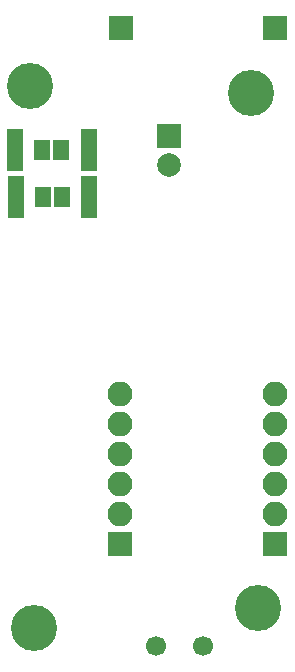
<source format=gbs>
%TF.GenerationSoftware,KiCad,Pcbnew,4.0.7*%
%TF.CreationDate,2017-11-18T19:10:19+08:00*%
%TF.ProjectId,nixie_tube,6E697869655F747562652E6B69636164,rev?*%
%TF.FileFunction,Soldermask,Bot*%
%FSLAX46Y46*%
G04 Gerber Fmt 4.6, Leading zero omitted, Abs format (unit mm)*
G04 Created by KiCad (PCBNEW 4.0.7) date 11/18/17 19:10:19*
%MOMM*%
%LPD*%
G01*
G04 APERTURE LIST*
%ADD10C,0.100000*%
%ADD11R,1.400000X3.600000*%
%ADD12R,1.400000X1.700000*%
%ADD13C,3.900000*%
%ADD14R,2.000000X2.000000*%
%ADD15C,2.000000*%
%ADD16R,2.100000X2.100000*%
%ADD17O,2.100000X2.100000*%
%ADD18C,1.700000*%
G04 APERTURE END LIST*
D10*
D11*
X-1280000Y-5450000D03*
X4920000Y-5450000D03*
D12*
X1020000Y-5450000D03*
X2620000Y-5450000D03*
D11*
X-1230000Y-9470000D03*
X4970000Y-9470000D03*
D12*
X1070000Y-9470000D03*
X2670000Y-9470000D03*
D13*
X19280000Y-44270000D03*
X300000Y-45950000D03*
X18700000Y-650000D03*
X0Y-50000D03*
D14*
X11760000Y-4245000D03*
D15*
X11760000Y-6745000D03*
D16*
X7600000Y-38850000D03*
D17*
X7600000Y-36310000D03*
X7600000Y-33770000D03*
X7600000Y-31230000D03*
X7600000Y-28690000D03*
X7600000Y-26150000D03*
D16*
X20750000Y-38850000D03*
D17*
X20750000Y-36310000D03*
X20750000Y-33770000D03*
X20750000Y-31230000D03*
X20750000Y-28690000D03*
X20750000Y-26150000D03*
D18*
X10630000Y-47460000D03*
X14630000Y-47460000D03*
D16*
X7700000Y4850000D03*
X20750000Y4850000D03*
M02*

</source>
